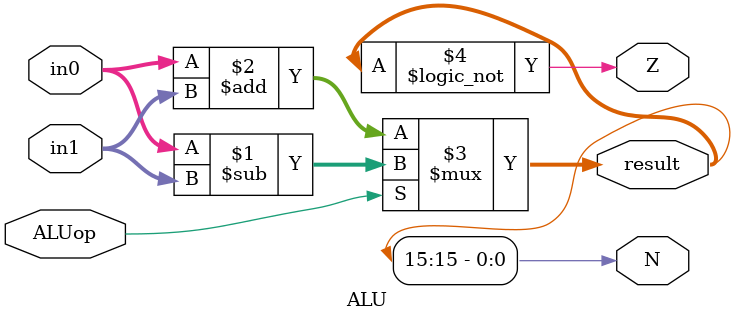
<source format=sv>

module ALU
(
	input [15:0] in0,
	input [15:0] in1,
	input ALUop, // 0 is +, 1 is -
	
	output logic [15:0] result,
	output logic N,
	output logic Z
);

assign result = (ALUop) ? (in0 - in1) : (in0 + in1);
assign N = result[15];
assign Z = (result == 16'd0);

endmodule
</source>
